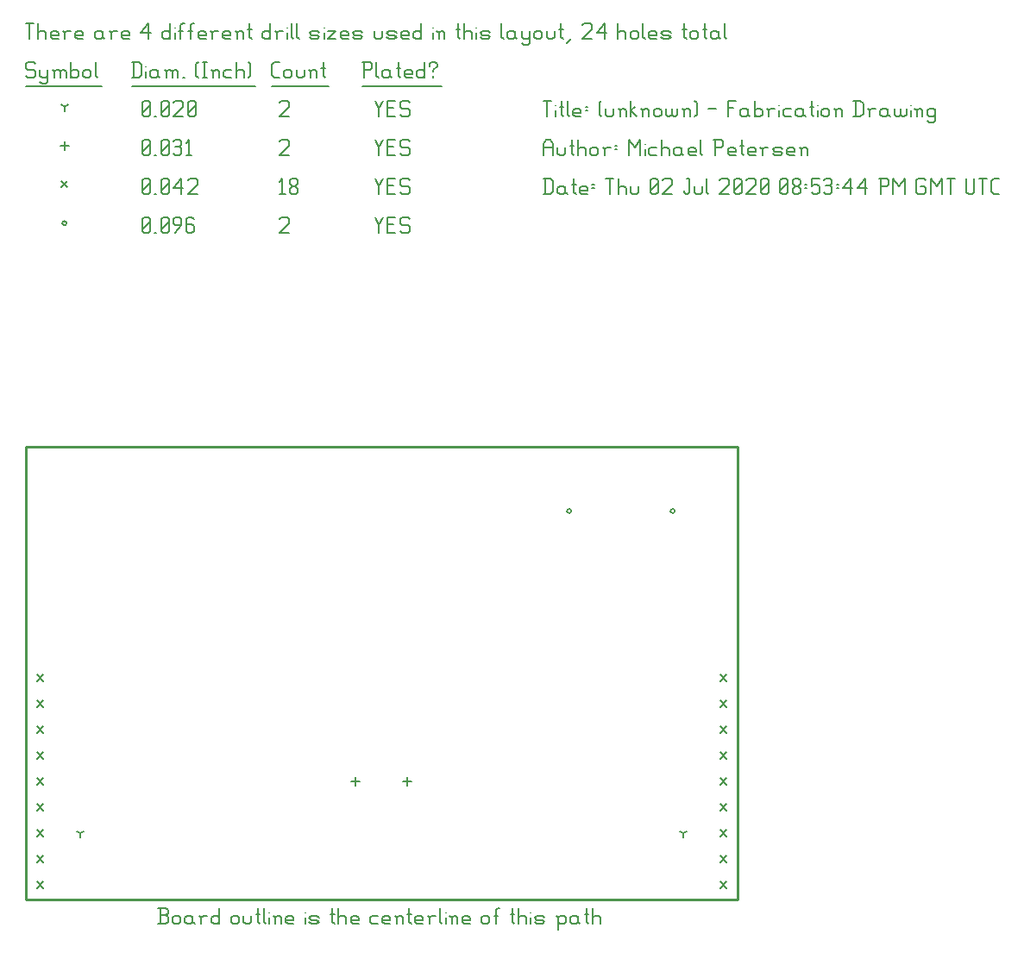
<source format=gbr>
G04 start of page 12 for group -3984 idx -3984 *
G04 Title: (unknown), fab *
G04 Creator: pcb 20140316 *
G04 CreationDate: Thu 02 Jul 2020 08:53:44 PM GMT UTC *
G04 For: railfan *
G04 Format: Gerber/RS-274X *
G04 PCB-Dimensions (mil): 2750.00 2500.00 *
G04 PCB-Coordinate-Origin: lower left *
%MOIN*%
%FSLAX25Y25*%
%LNFAB*%
%ADD54C,0.0100*%
%ADD53C,0.0075*%
%ADD52C,0.0060*%
%ADD51R,0.0080X0.0080*%
G54D51*X249200Y150000D02*G75*G03X250800Y150000I800J0D01*G01*
G75*G03X249200Y150000I-800J0D01*G01*
X209200D02*G75*G03X210800Y150000I800J0D01*G01*
G75*G03X209200Y150000I-800J0D01*G01*
X14200Y261250D02*G75*G03X15800Y261250I800J0D01*G01*
G75*G03X14200Y261250I-800J0D01*G01*
G54D52*X135000Y263500D02*X136500Y260500D01*
X138000Y263500D01*
X136500Y260500D02*Y257500D01*
X139800Y260800D02*X142050D01*
X139800Y257500D02*X142800D01*
X139800Y263500D02*Y257500D01*
Y263500D02*X142800D01*
X147600D02*X148350Y262750D01*
X145350Y263500D02*X147600D01*
X144600Y262750D02*X145350Y263500D01*
X144600Y262750D02*Y261250D01*
X145350Y260500D01*
X147600D01*
X148350Y259750D01*
Y258250D01*
X147600Y257500D02*X148350Y258250D01*
X145350Y257500D02*X147600D01*
X144600Y258250D02*X145350Y257500D01*
X98000Y262750D02*X98750Y263500D01*
X101000D01*
X101750Y262750D01*
Y261250D01*
X98000Y257500D02*X101750Y261250D01*
X98000Y257500D02*X101750D01*
X45000Y258250D02*X45750Y257500D01*
X45000Y262750D02*Y258250D01*
Y262750D02*X45750Y263500D01*
X47250D01*
X48000Y262750D01*
Y258250D01*
X47250Y257500D02*X48000Y258250D01*
X45750Y257500D02*X47250D01*
X45000Y259000D02*X48000Y262000D01*
X49800Y257500D02*X50550D01*
X52350Y258250D02*X53100Y257500D01*
X52350Y262750D02*Y258250D01*
Y262750D02*X53100Y263500D01*
X54600D01*
X55350Y262750D01*
Y258250D01*
X54600Y257500D02*X55350Y258250D01*
X53100Y257500D02*X54600D01*
X52350Y259000D02*X55350Y262000D01*
X57900Y257500D02*X60150Y260500D01*
Y262750D02*Y260500D01*
X59400Y263500D02*X60150Y262750D01*
X57900Y263500D02*X59400D01*
X57150Y262750D02*X57900Y263500D01*
X57150Y262750D02*Y261250D01*
X57900Y260500D01*
X60150D01*
X64200Y263500D02*X64950Y262750D01*
X62700Y263500D02*X64200D01*
X61950Y262750D02*X62700Y263500D01*
X61950Y262750D02*Y258250D01*
X62700Y257500D01*
X64200Y260800D02*X64950Y260050D01*
X61950Y260800D02*X64200D01*
X62700Y257500D02*X64200D01*
X64950Y258250D01*
Y260050D02*Y258250D01*
X4300Y86700D02*X6700Y84300D01*
X4300D02*X6700Y86700D01*
X4300Y76700D02*X6700Y74300D01*
X4300D02*X6700Y76700D01*
X4300Y66700D02*X6700Y64300D01*
X4300D02*X6700Y66700D01*
X4300Y56700D02*X6700Y54300D01*
X4300D02*X6700Y56700D01*
X4300Y46700D02*X6700Y44300D01*
X4300D02*X6700Y46700D01*
X4300Y36700D02*X6700Y34300D01*
X4300D02*X6700Y36700D01*
X4300Y26700D02*X6700Y24300D01*
X4300D02*X6700Y26700D01*
X4300Y16700D02*X6700Y14300D01*
X4300D02*X6700Y16700D01*
X4300Y6700D02*X6700Y4300D01*
X4300D02*X6700Y6700D01*
X268300Y86700D02*X270700Y84300D01*
X268300D02*X270700Y86700D01*
X268300Y76700D02*X270700Y74300D01*
X268300D02*X270700Y76700D01*
X268300Y66700D02*X270700Y64300D01*
X268300D02*X270700Y66700D01*
X268300Y56700D02*X270700Y54300D01*
X268300D02*X270700Y56700D01*
X268300Y46700D02*X270700Y44300D01*
X268300D02*X270700Y46700D01*
X268300Y36700D02*X270700Y34300D01*
X268300D02*X270700Y36700D01*
X268300Y26700D02*X270700Y24300D01*
X268300D02*X270700Y26700D01*
X268300Y16700D02*X270700Y14300D01*
X268300D02*X270700Y16700D01*
X268300Y6700D02*X270700Y4300D01*
X268300D02*X270700Y6700D01*
X13800Y277450D02*X16200Y275050D01*
X13800D02*X16200Y277450D01*
X135000Y278500D02*X136500Y275500D01*
X138000Y278500D01*
X136500Y275500D02*Y272500D01*
X139800Y275800D02*X142050D01*
X139800Y272500D02*X142800D01*
X139800Y278500D02*Y272500D01*
Y278500D02*X142800D01*
X147600D02*X148350Y277750D01*
X145350Y278500D02*X147600D01*
X144600Y277750D02*X145350Y278500D01*
X144600Y277750D02*Y276250D01*
X145350Y275500D01*
X147600D01*
X148350Y274750D01*
Y273250D01*
X147600Y272500D02*X148350Y273250D01*
X145350Y272500D02*X147600D01*
X144600Y273250D02*X145350Y272500D01*
X98000Y277300D02*X99200Y278500D01*
Y272500D01*
X98000D02*X100250D01*
X102050Y273250D02*X102800Y272500D01*
X102050Y274450D02*Y273250D01*
Y274450D02*X103100Y275500D01*
X104000D01*
X105050Y274450D01*
Y273250D01*
X104300Y272500D02*X105050Y273250D01*
X102800Y272500D02*X104300D01*
X102050Y276550D02*X103100Y275500D01*
X102050Y277750D02*Y276550D01*
Y277750D02*X102800Y278500D01*
X104300D01*
X105050Y277750D01*
Y276550D01*
X104000Y275500D02*X105050Y276550D01*
X45000Y273250D02*X45750Y272500D01*
X45000Y277750D02*Y273250D01*
Y277750D02*X45750Y278500D01*
X47250D01*
X48000Y277750D01*
Y273250D01*
X47250Y272500D02*X48000Y273250D01*
X45750Y272500D02*X47250D01*
X45000Y274000D02*X48000Y277000D01*
X49800Y272500D02*X50550D01*
X52350Y273250D02*X53100Y272500D01*
X52350Y277750D02*Y273250D01*
Y277750D02*X53100Y278500D01*
X54600D01*
X55350Y277750D01*
Y273250D01*
X54600Y272500D02*X55350Y273250D01*
X53100Y272500D02*X54600D01*
X52350Y274000D02*X55350Y277000D01*
X57150Y274750D02*X60150Y278500D01*
X57150Y274750D02*X60900D01*
X60150Y278500D02*Y272500D01*
X62700Y277750D02*X63450Y278500D01*
X65700D01*
X66450Y277750D01*
Y276250D01*
X62700Y272500D02*X66450Y276250D01*
X62700Y272500D02*X66450D01*
X127500Y47100D02*Y43900D01*
X125900Y45500D02*X129100D01*
X147500Y47100D02*Y43900D01*
X145900Y45500D02*X149100D01*
X15000Y292850D02*Y289650D01*
X13400Y291250D02*X16600D01*
X135000Y293500D02*X136500Y290500D01*
X138000Y293500D01*
X136500Y290500D02*Y287500D01*
X139800Y290800D02*X142050D01*
X139800Y287500D02*X142800D01*
X139800Y293500D02*Y287500D01*
Y293500D02*X142800D01*
X147600D02*X148350Y292750D01*
X145350Y293500D02*X147600D01*
X144600Y292750D02*X145350Y293500D01*
X144600Y292750D02*Y291250D01*
X145350Y290500D01*
X147600D01*
X148350Y289750D01*
Y288250D01*
X147600Y287500D02*X148350Y288250D01*
X145350Y287500D02*X147600D01*
X144600Y288250D02*X145350Y287500D01*
X98000Y292750D02*X98750Y293500D01*
X101000D01*
X101750Y292750D01*
Y291250D01*
X98000Y287500D02*X101750Y291250D01*
X98000Y287500D02*X101750D01*
X45000Y288250D02*X45750Y287500D01*
X45000Y292750D02*Y288250D01*
Y292750D02*X45750Y293500D01*
X47250D01*
X48000Y292750D01*
Y288250D01*
X47250Y287500D02*X48000Y288250D01*
X45750Y287500D02*X47250D01*
X45000Y289000D02*X48000Y292000D01*
X49800Y287500D02*X50550D01*
X52350Y288250D02*X53100Y287500D01*
X52350Y292750D02*Y288250D01*
Y292750D02*X53100Y293500D01*
X54600D01*
X55350Y292750D01*
Y288250D01*
X54600Y287500D02*X55350Y288250D01*
X53100Y287500D02*X54600D01*
X52350Y289000D02*X55350Y292000D01*
X57150Y292750D02*X57900Y293500D01*
X59400D01*
X60150Y292750D01*
X59400Y287500D02*X60150Y288250D01*
X57900Y287500D02*X59400D01*
X57150Y288250D02*X57900Y287500D01*
Y290800D02*X59400D01*
X60150Y292750D02*Y291550D01*
Y290050D02*Y288250D01*
Y290050D02*X59400Y290800D01*
X60150Y291550D02*X59400Y290800D01*
X61950Y292300D02*X63150Y293500D01*
Y287500D01*
X61950D02*X64200D01*
X254000Y25500D02*Y23900D01*
Y25500D02*X255387Y26300D01*
X254000Y25500D02*X252613Y26300D01*
X21000Y25500D02*Y23900D01*
Y25500D02*X22387Y26300D01*
X21000Y25500D02*X19613Y26300D01*
X15000Y306250D02*Y304650D01*
Y306250D02*X16387Y307050D01*
X15000Y306250D02*X13613Y307050D01*
X135000Y308500D02*X136500Y305500D01*
X138000Y308500D01*
X136500Y305500D02*Y302500D01*
X139800Y305800D02*X142050D01*
X139800Y302500D02*X142800D01*
X139800Y308500D02*Y302500D01*
Y308500D02*X142800D01*
X147600D02*X148350Y307750D01*
X145350Y308500D02*X147600D01*
X144600Y307750D02*X145350Y308500D01*
X144600Y307750D02*Y306250D01*
X145350Y305500D01*
X147600D01*
X148350Y304750D01*
Y303250D01*
X147600Y302500D02*X148350Y303250D01*
X145350Y302500D02*X147600D01*
X144600Y303250D02*X145350Y302500D01*
X98000Y307750D02*X98750Y308500D01*
X101000D01*
X101750Y307750D01*
Y306250D01*
X98000Y302500D02*X101750Y306250D01*
X98000Y302500D02*X101750D01*
X45000Y303250D02*X45750Y302500D01*
X45000Y307750D02*Y303250D01*
Y307750D02*X45750Y308500D01*
X47250D01*
X48000Y307750D01*
Y303250D01*
X47250Y302500D02*X48000Y303250D01*
X45750Y302500D02*X47250D01*
X45000Y304000D02*X48000Y307000D01*
X49800Y302500D02*X50550D01*
X52350Y303250D02*X53100Y302500D01*
X52350Y307750D02*Y303250D01*
Y307750D02*X53100Y308500D01*
X54600D01*
X55350Y307750D01*
Y303250D01*
X54600Y302500D02*X55350Y303250D01*
X53100Y302500D02*X54600D01*
X52350Y304000D02*X55350Y307000D01*
X57150Y307750D02*X57900Y308500D01*
X60150D01*
X60900Y307750D01*
Y306250D01*
X57150Y302500D02*X60900Y306250D01*
X57150Y302500D02*X60900D01*
X62700Y303250D02*X63450Y302500D01*
X62700Y307750D02*Y303250D01*
Y307750D02*X63450Y308500D01*
X64950D01*
X65700Y307750D01*
Y303250D01*
X64950Y302500D02*X65700Y303250D01*
X63450Y302500D02*X64950D01*
X62700Y304000D02*X65700Y307000D01*
X3000Y323500D02*X3750Y322750D01*
X750Y323500D02*X3000D01*
X0Y322750D02*X750Y323500D01*
X0Y322750D02*Y321250D01*
X750Y320500D01*
X3000D01*
X3750Y319750D01*
Y318250D01*
X3000Y317500D02*X3750Y318250D01*
X750Y317500D02*X3000D01*
X0Y318250D02*X750Y317500D01*
X5550Y320500D02*Y318250D01*
X6300Y317500D01*
X8550Y320500D02*Y316000D01*
X7800Y315250D02*X8550Y316000D01*
X6300Y315250D02*X7800D01*
X5550Y316000D02*X6300Y315250D01*
Y317500D02*X7800D01*
X8550Y318250D01*
X11100Y319750D02*Y317500D01*
Y319750D02*X11850Y320500D01*
X12600D01*
X13350Y319750D01*
Y317500D01*
Y319750D02*X14100Y320500D01*
X14850D01*
X15600Y319750D01*
Y317500D01*
X10350Y320500D02*X11100Y319750D01*
X17400Y323500D02*Y317500D01*
Y318250D02*X18150Y317500D01*
X19650D01*
X20400Y318250D01*
Y319750D02*Y318250D01*
X19650Y320500D02*X20400Y319750D01*
X18150Y320500D02*X19650D01*
X17400Y319750D02*X18150Y320500D01*
X22200Y319750D02*Y318250D01*
Y319750D02*X22950Y320500D01*
X24450D01*
X25200Y319750D01*
Y318250D01*
X24450Y317500D02*X25200Y318250D01*
X22950Y317500D02*X24450D01*
X22200Y318250D02*X22950Y317500D01*
X27000Y323500D02*Y318250D01*
X27750Y317500D01*
X0Y314250D02*X29250D01*
X41750Y323500D02*Y317500D01*
X43700Y323500D02*X44750Y322450D01*
Y318550D01*
X43700Y317500D02*X44750Y318550D01*
X41000Y317500D02*X43700D01*
X41000Y323500D02*X43700D01*
G54D53*X46550Y322000D02*Y321850D01*
G54D52*Y319750D02*Y317500D01*
X50300Y320500D02*X51050Y319750D01*
X48800Y320500D02*X50300D01*
X48050Y319750D02*X48800Y320500D01*
X48050Y319750D02*Y318250D01*
X48800Y317500D01*
X51050Y320500D02*Y318250D01*
X51800Y317500D01*
X48800D02*X50300D01*
X51050Y318250D01*
X54350Y319750D02*Y317500D01*
Y319750D02*X55100Y320500D01*
X55850D01*
X56600Y319750D01*
Y317500D01*
Y319750D02*X57350Y320500D01*
X58100D01*
X58850Y319750D01*
Y317500D01*
X53600Y320500D02*X54350Y319750D01*
X60650Y317500D02*X61400D01*
X65900Y318250D02*X66650Y317500D01*
X65900Y322750D02*X66650Y323500D01*
X65900Y322750D02*Y318250D01*
X68450Y323500D02*X69950D01*
X69200D02*Y317500D01*
X68450D02*X69950D01*
X72500Y319750D02*Y317500D01*
Y319750D02*X73250Y320500D01*
X74000D01*
X74750Y319750D01*
Y317500D01*
X71750Y320500D02*X72500Y319750D01*
X77300Y320500D02*X79550D01*
X76550Y319750D02*X77300Y320500D01*
X76550Y319750D02*Y318250D01*
X77300Y317500D01*
X79550D01*
X81350Y323500D02*Y317500D01*
Y319750D02*X82100Y320500D01*
X83600D01*
X84350Y319750D01*
Y317500D01*
X86150Y323500D02*X86900Y322750D01*
Y318250D01*
X86150Y317500D02*X86900Y318250D01*
X41000Y314250D02*X88700D01*
X96050Y317500D02*X98000D01*
X95000Y318550D02*X96050Y317500D01*
X95000Y322450D02*Y318550D01*
Y322450D02*X96050Y323500D01*
X98000D01*
X99800Y319750D02*Y318250D01*
Y319750D02*X100550Y320500D01*
X102050D01*
X102800Y319750D01*
Y318250D01*
X102050Y317500D02*X102800Y318250D01*
X100550Y317500D02*X102050D01*
X99800Y318250D02*X100550Y317500D01*
X104600Y320500D02*Y318250D01*
X105350Y317500D01*
X106850D01*
X107600Y318250D01*
Y320500D02*Y318250D01*
X110150Y319750D02*Y317500D01*
Y319750D02*X110900Y320500D01*
X111650D01*
X112400Y319750D01*
Y317500D01*
X109400Y320500D02*X110150Y319750D01*
X114950Y323500D02*Y318250D01*
X115700Y317500D01*
X114200Y321250D02*X115700D01*
X95000Y314250D02*X117200D01*
X130750Y323500D02*Y317500D01*
X130000Y323500D02*X133000D01*
X133750Y322750D01*
Y321250D01*
X133000Y320500D02*X133750Y321250D01*
X130750Y320500D02*X133000D01*
X135550Y323500D02*Y318250D01*
X136300Y317500D01*
X140050Y320500D02*X140800Y319750D01*
X138550Y320500D02*X140050D01*
X137800Y319750D02*X138550Y320500D01*
X137800Y319750D02*Y318250D01*
X138550Y317500D01*
X140800Y320500D02*Y318250D01*
X141550Y317500D01*
X138550D02*X140050D01*
X140800Y318250D01*
X144100Y323500D02*Y318250D01*
X144850Y317500D01*
X143350Y321250D02*X144850D01*
X147100Y317500D02*X149350D01*
X146350Y318250D02*X147100Y317500D01*
X146350Y319750D02*Y318250D01*
Y319750D02*X147100Y320500D01*
X148600D01*
X149350Y319750D01*
X146350Y319000D02*X149350D01*
Y319750D02*Y319000D01*
X154150Y323500D02*Y317500D01*
X153400D02*X154150Y318250D01*
X151900Y317500D02*X153400D01*
X151150Y318250D02*X151900Y317500D01*
X151150Y319750D02*Y318250D01*
Y319750D02*X151900Y320500D01*
X153400D01*
X154150Y319750D01*
X157450Y320500D02*Y319750D01*
Y318250D02*Y317500D01*
X155950Y322750D02*Y322000D01*
Y322750D02*X156700Y323500D01*
X158200D01*
X158950Y322750D01*
Y322000D01*
X157450Y320500D02*X158950Y322000D01*
X130000Y314250D02*X160750D01*
X0Y338500D02*X3000D01*
X1500D02*Y332500D01*
X4800Y338500D02*Y332500D01*
Y334750D02*X5550Y335500D01*
X7050D01*
X7800Y334750D01*
Y332500D01*
X10350D02*X12600D01*
X9600Y333250D02*X10350Y332500D01*
X9600Y334750D02*Y333250D01*
Y334750D02*X10350Y335500D01*
X11850D01*
X12600Y334750D01*
X9600Y334000D02*X12600D01*
Y334750D02*Y334000D01*
X15150Y334750D02*Y332500D01*
Y334750D02*X15900Y335500D01*
X17400D01*
X14400D02*X15150Y334750D01*
X19950Y332500D02*X22200D01*
X19200Y333250D02*X19950Y332500D01*
X19200Y334750D02*Y333250D01*
Y334750D02*X19950Y335500D01*
X21450D01*
X22200Y334750D01*
X19200Y334000D02*X22200D01*
Y334750D02*Y334000D01*
X28950Y335500D02*X29700Y334750D01*
X27450Y335500D02*X28950D01*
X26700Y334750D02*X27450Y335500D01*
X26700Y334750D02*Y333250D01*
X27450Y332500D01*
X29700Y335500D02*Y333250D01*
X30450Y332500D01*
X27450D02*X28950D01*
X29700Y333250D01*
X33000Y334750D02*Y332500D01*
Y334750D02*X33750Y335500D01*
X35250D01*
X32250D02*X33000Y334750D01*
X37800Y332500D02*X40050D01*
X37050Y333250D02*X37800Y332500D01*
X37050Y334750D02*Y333250D01*
Y334750D02*X37800Y335500D01*
X39300D01*
X40050Y334750D01*
X37050Y334000D02*X40050D01*
Y334750D02*Y334000D01*
X44550Y334750D02*X47550Y338500D01*
X44550Y334750D02*X48300D01*
X47550Y338500D02*Y332500D01*
X55800Y338500D02*Y332500D01*
X55050D02*X55800Y333250D01*
X53550Y332500D02*X55050D01*
X52800Y333250D02*X53550Y332500D01*
X52800Y334750D02*Y333250D01*
Y334750D02*X53550Y335500D01*
X55050D01*
X55800Y334750D01*
G54D53*X57600Y337000D02*Y336850D01*
G54D52*Y334750D02*Y332500D01*
X59850Y337750D02*Y332500D01*
Y337750D02*X60600Y338500D01*
X61350D01*
X59100Y335500D02*X60600D01*
X63600Y337750D02*Y332500D01*
Y337750D02*X64350Y338500D01*
X65100D01*
X62850Y335500D02*X64350D01*
X67350Y332500D02*X69600D01*
X66600Y333250D02*X67350Y332500D01*
X66600Y334750D02*Y333250D01*
Y334750D02*X67350Y335500D01*
X68850D01*
X69600Y334750D01*
X66600Y334000D02*X69600D01*
Y334750D02*Y334000D01*
X72150Y334750D02*Y332500D01*
Y334750D02*X72900Y335500D01*
X74400D01*
X71400D02*X72150Y334750D01*
X76950Y332500D02*X79200D01*
X76200Y333250D02*X76950Y332500D01*
X76200Y334750D02*Y333250D01*
Y334750D02*X76950Y335500D01*
X78450D01*
X79200Y334750D01*
X76200Y334000D02*X79200D01*
Y334750D02*Y334000D01*
X81750Y334750D02*Y332500D01*
Y334750D02*X82500Y335500D01*
X83250D01*
X84000Y334750D01*
Y332500D01*
X81000Y335500D02*X81750Y334750D01*
X86550Y338500D02*Y333250D01*
X87300Y332500D01*
X85800Y336250D02*X87300D01*
X94500Y338500D02*Y332500D01*
X93750D02*X94500Y333250D01*
X92250Y332500D02*X93750D01*
X91500Y333250D02*X92250Y332500D01*
X91500Y334750D02*Y333250D01*
Y334750D02*X92250Y335500D01*
X93750D01*
X94500Y334750D01*
X97050D02*Y332500D01*
Y334750D02*X97800Y335500D01*
X99300D01*
X96300D02*X97050Y334750D01*
G54D53*X101100Y337000D02*Y336850D01*
G54D52*Y334750D02*Y332500D01*
X102600Y338500D02*Y333250D01*
X103350Y332500D01*
X104850Y338500D02*Y333250D01*
X105600Y332500D01*
X110550D02*X112800D01*
X113550Y333250D01*
X112800Y334000D02*X113550Y333250D01*
X110550Y334000D02*X112800D01*
X109800Y334750D02*X110550Y334000D01*
X109800Y334750D02*X110550Y335500D01*
X112800D01*
X113550Y334750D01*
X109800Y333250D02*X110550Y332500D01*
G54D53*X115350Y337000D02*Y336850D01*
G54D52*Y334750D02*Y332500D01*
X116850Y335500D02*X119850D01*
X116850Y332500D02*X119850Y335500D01*
X116850Y332500D02*X119850D01*
X122400D02*X124650D01*
X121650Y333250D02*X122400Y332500D01*
X121650Y334750D02*Y333250D01*
Y334750D02*X122400Y335500D01*
X123900D01*
X124650Y334750D01*
X121650Y334000D02*X124650D01*
Y334750D02*Y334000D01*
X127200Y332500D02*X129450D01*
X130200Y333250D01*
X129450Y334000D02*X130200Y333250D01*
X127200Y334000D02*X129450D01*
X126450Y334750D02*X127200Y334000D01*
X126450Y334750D02*X127200Y335500D01*
X129450D01*
X130200Y334750D01*
X126450Y333250D02*X127200Y332500D01*
X134700Y335500D02*Y333250D01*
X135450Y332500D01*
X136950D01*
X137700Y333250D01*
Y335500D02*Y333250D01*
X140250Y332500D02*X142500D01*
X143250Y333250D01*
X142500Y334000D02*X143250Y333250D01*
X140250Y334000D02*X142500D01*
X139500Y334750D02*X140250Y334000D01*
X139500Y334750D02*X140250Y335500D01*
X142500D01*
X143250Y334750D01*
X139500Y333250D02*X140250Y332500D01*
X145800D02*X148050D01*
X145050Y333250D02*X145800Y332500D01*
X145050Y334750D02*Y333250D01*
Y334750D02*X145800Y335500D01*
X147300D01*
X148050Y334750D01*
X145050Y334000D02*X148050D01*
Y334750D02*Y334000D01*
X152850Y338500D02*Y332500D01*
X152100D02*X152850Y333250D01*
X150600Y332500D02*X152100D01*
X149850Y333250D02*X150600Y332500D01*
X149850Y334750D02*Y333250D01*
Y334750D02*X150600Y335500D01*
X152100D01*
X152850Y334750D01*
G54D53*X157350Y337000D02*Y336850D01*
G54D52*Y334750D02*Y332500D01*
X159600Y334750D02*Y332500D01*
Y334750D02*X160350Y335500D01*
X161100D01*
X161850Y334750D01*
Y332500D01*
X158850Y335500D02*X159600Y334750D01*
X167100Y338500D02*Y333250D01*
X167850Y332500D01*
X166350Y336250D02*X167850D01*
X169350Y338500D02*Y332500D01*
Y334750D02*X170100Y335500D01*
X171600D01*
X172350Y334750D01*
Y332500D01*
G54D53*X174150Y337000D02*Y336850D01*
G54D52*Y334750D02*Y332500D01*
X176400D02*X178650D01*
X179400Y333250D01*
X178650Y334000D02*X179400Y333250D01*
X176400Y334000D02*X178650D01*
X175650Y334750D02*X176400Y334000D01*
X175650Y334750D02*X176400Y335500D01*
X178650D01*
X179400Y334750D01*
X175650Y333250D02*X176400Y332500D01*
X183900Y338500D02*Y333250D01*
X184650Y332500D01*
X188400Y335500D02*X189150Y334750D01*
X186900Y335500D02*X188400D01*
X186150Y334750D02*X186900Y335500D01*
X186150Y334750D02*Y333250D01*
X186900Y332500D01*
X189150Y335500D02*Y333250D01*
X189900Y332500D01*
X186900D02*X188400D01*
X189150Y333250D01*
X191700Y335500D02*Y333250D01*
X192450Y332500D01*
X194700Y335500D02*Y331000D01*
X193950Y330250D02*X194700Y331000D01*
X192450Y330250D02*X193950D01*
X191700Y331000D02*X192450Y330250D01*
Y332500D02*X193950D01*
X194700Y333250D01*
X196500Y334750D02*Y333250D01*
Y334750D02*X197250Y335500D01*
X198750D01*
X199500Y334750D01*
Y333250D01*
X198750Y332500D02*X199500Y333250D01*
X197250Y332500D02*X198750D01*
X196500Y333250D02*X197250Y332500D01*
X201300Y335500D02*Y333250D01*
X202050Y332500D01*
X203550D01*
X204300Y333250D01*
Y335500D02*Y333250D01*
X206850Y338500D02*Y333250D01*
X207600Y332500D01*
X206100Y336250D02*X207600D01*
X209100Y331000D02*X210600Y332500D01*
X215100Y337750D02*X215850Y338500D01*
X218100D01*
X218850Y337750D01*
Y336250D01*
X215100Y332500D02*X218850Y336250D01*
X215100Y332500D02*X218850D01*
X220650Y334750D02*X223650Y338500D01*
X220650Y334750D02*X224400D01*
X223650Y338500D02*Y332500D01*
X228900Y338500D02*Y332500D01*
Y334750D02*X229650Y335500D01*
X231150D01*
X231900Y334750D01*
Y332500D01*
X233700Y334750D02*Y333250D01*
Y334750D02*X234450Y335500D01*
X235950D01*
X236700Y334750D01*
Y333250D01*
X235950Y332500D02*X236700Y333250D01*
X234450Y332500D02*X235950D01*
X233700Y333250D02*X234450Y332500D01*
X238500Y338500D02*Y333250D01*
X239250Y332500D01*
X241500D02*X243750D01*
X240750Y333250D02*X241500Y332500D01*
X240750Y334750D02*Y333250D01*
Y334750D02*X241500Y335500D01*
X243000D01*
X243750Y334750D01*
X240750Y334000D02*X243750D01*
Y334750D02*Y334000D01*
X246300Y332500D02*X248550D01*
X249300Y333250D01*
X248550Y334000D02*X249300Y333250D01*
X246300Y334000D02*X248550D01*
X245550Y334750D02*X246300Y334000D01*
X245550Y334750D02*X246300Y335500D01*
X248550D01*
X249300Y334750D01*
X245550Y333250D02*X246300Y332500D01*
X254550Y338500D02*Y333250D01*
X255300Y332500D01*
X253800Y336250D02*X255300D01*
X256800Y334750D02*Y333250D01*
Y334750D02*X257550Y335500D01*
X259050D01*
X259800Y334750D01*
Y333250D01*
X259050Y332500D02*X259800Y333250D01*
X257550Y332500D02*X259050D01*
X256800Y333250D02*X257550Y332500D01*
X262350Y338500D02*Y333250D01*
X263100Y332500D01*
X261600Y336250D02*X263100D01*
X266850Y335500D02*X267600Y334750D01*
X265350Y335500D02*X266850D01*
X264600Y334750D02*X265350Y335500D01*
X264600Y334750D02*Y333250D01*
X265350Y332500D01*
X267600Y335500D02*Y333250D01*
X268350Y332500D01*
X265350D02*X266850D01*
X267600Y333250D01*
X270150Y338500D02*Y333250D01*
X270900Y332500D01*
G54D54*X0Y0D02*X275000D01*
X0D02*Y175000D01*
X275000D01*
Y0D01*
G54D52*X51175Y-9500D02*X54175D01*
X54925Y-8750D01*
Y-6950D02*Y-8750D01*
X54175Y-6200D02*X54925Y-6950D01*
X51925Y-6200D02*X54175D01*
X51925Y-3500D02*Y-9500D01*
X51175Y-3500D02*X54175D01*
X54925Y-4250D01*
Y-5450D01*
X54175Y-6200D02*X54925Y-5450D01*
X56725Y-7250D02*Y-8750D01*
Y-7250D02*X57475Y-6500D01*
X58975D01*
X59725Y-7250D01*
Y-8750D01*
X58975Y-9500D02*X59725Y-8750D01*
X57475Y-9500D02*X58975D01*
X56725Y-8750D02*X57475Y-9500D01*
X63775Y-6500D02*X64525Y-7250D01*
X62275Y-6500D02*X63775D01*
X61525Y-7250D02*X62275Y-6500D01*
X61525Y-7250D02*Y-8750D01*
X62275Y-9500D01*
X64525Y-6500D02*Y-8750D01*
X65275Y-9500D01*
X62275D02*X63775D01*
X64525Y-8750D01*
X67825Y-7250D02*Y-9500D01*
Y-7250D02*X68575Y-6500D01*
X70075D01*
X67075D02*X67825Y-7250D01*
X74875Y-3500D02*Y-9500D01*
X74125D02*X74875Y-8750D01*
X72625Y-9500D02*X74125D01*
X71875Y-8750D02*X72625Y-9500D01*
X71875Y-7250D02*Y-8750D01*
Y-7250D02*X72625Y-6500D01*
X74125D01*
X74875Y-7250D01*
X79375D02*Y-8750D01*
Y-7250D02*X80125Y-6500D01*
X81625D01*
X82375Y-7250D01*
Y-8750D01*
X81625Y-9500D02*X82375Y-8750D01*
X80125Y-9500D02*X81625D01*
X79375Y-8750D02*X80125Y-9500D01*
X84175Y-6500D02*Y-8750D01*
X84925Y-9500D01*
X86425D01*
X87175Y-8750D01*
Y-6500D02*Y-8750D01*
X89725Y-3500D02*Y-8750D01*
X90475Y-9500D01*
X88975Y-5750D02*X90475D01*
X91975Y-3500D02*Y-8750D01*
X92725Y-9500D01*
G54D53*X94225Y-5000D02*Y-5150D01*
G54D52*Y-7250D02*Y-9500D01*
X96475Y-7250D02*Y-9500D01*
Y-7250D02*X97225Y-6500D01*
X97975D01*
X98725Y-7250D01*
Y-9500D01*
X95725Y-6500D02*X96475Y-7250D01*
X101275Y-9500D02*X103525D01*
X100525Y-8750D02*X101275Y-9500D01*
X100525Y-7250D02*Y-8750D01*
Y-7250D02*X101275Y-6500D01*
X102775D01*
X103525Y-7250D01*
X100525Y-8000D02*X103525D01*
Y-7250D02*Y-8000D01*
G54D53*X108025Y-5000D02*Y-5150D01*
G54D52*Y-7250D02*Y-9500D01*
X110275D02*X112525D01*
X113275Y-8750D01*
X112525Y-8000D02*X113275Y-8750D01*
X110275Y-8000D02*X112525D01*
X109525Y-7250D02*X110275Y-8000D01*
X109525Y-7250D02*X110275Y-6500D01*
X112525D01*
X113275Y-7250D01*
X109525Y-8750D02*X110275Y-9500D01*
X118525Y-3500D02*Y-8750D01*
X119275Y-9500D01*
X117775Y-5750D02*X119275D01*
X120775Y-3500D02*Y-9500D01*
Y-7250D02*X121525Y-6500D01*
X123025D01*
X123775Y-7250D01*
Y-9500D01*
X126325D02*X128575D01*
X125575Y-8750D02*X126325Y-9500D01*
X125575Y-7250D02*Y-8750D01*
Y-7250D02*X126325Y-6500D01*
X127825D01*
X128575Y-7250D01*
X125575Y-8000D02*X128575D01*
Y-7250D02*Y-8000D01*
X133825Y-6500D02*X136075D01*
X133075Y-7250D02*X133825Y-6500D01*
X133075Y-7250D02*Y-8750D01*
X133825Y-9500D01*
X136075D01*
X138625D02*X140875D01*
X137875Y-8750D02*X138625Y-9500D01*
X137875Y-7250D02*Y-8750D01*
Y-7250D02*X138625Y-6500D01*
X140125D01*
X140875Y-7250D01*
X137875Y-8000D02*X140875D01*
Y-7250D02*Y-8000D01*
X143425Y-7250D02*Y-9500D01*
Y-7250D02*X144175Y-6500D01*
X144925D01*
X145675Y-7250D01*
Y-9500D01*
X142675Y-6500D02*X143425Y-7250D01*
X148225Y-3500D02*Y-8750D01*
X148975Y-9500D01*
X147475Y-5750D02*X148975D01*
X151225Y-9500D02*X153475D01*
X150475Y-8750D02*X151225Y-9500D01*
X150475Y-7250D02*Y-8750D01*
Y-7250D02*X151225Y-6500D01*
X152725D01*
X153475Y-7250D01*
X150475Y-8000D02*X153475D01*
Y-7250D02*Y-8000D01*
X156025Y-7250D02*Y-9500D01*
Y-7250D02*X156775Y-6500D01*
X158275D01*
X155275D02*X156025Y-7250D01*
X160075Y-3500D02*Y-8750D01*
X160825Y-9500D01*
G54D53*X162325Y-5000D02*Y-5150D01*
G54D52*Y-7250D02*Y-9500D01*
X164575Y-7250D02*Y-9500D01*
Y-7250D02*X165325Y-6500D01*
X166075D01*
X166825Y-7250D01*
Y-9500D01*
X163825Y-6500D02*X164575Y-7250D01*
X169375Y-9500D02*X171625D01*
X168625Y-8750D02*X169375Y-9500D01*
X168625Y-7250D02*Y-8750D01*
Y-7250D02*X169375Y-6500D01*
X170875D01*
X171625Y-7250D01*
X168625Y-8000D02*X171625D01*
Y-7250D02*Y-8000D01*
X176125Y-7250D02*Y-8750D01*
Y-7250D02*X176875Y-6500D01*
X178375D01*
X179125Y-7250D01*
Y-8750D01*
X178375Y-9500D02*X179125Y-8750D01*
X176875Y-9500D02*X178375D01*
X176125Y-8750D02*X176875Y-9500D01*
X181675Y-4250D02*Y-9500D01*
Y-4250D02*X182425Y-3500D01*
X183175D01*
X180925Y-6500D02*X182425D01*
X188125Y-3500D02*Y-8750D01*
X188875Y-9500D01*
X187375Y-5750D02*X188875D01*
X190375Y-3500D02*Y-9500D01*
Y-7250D02*X191125Y-6500D01*
X192625D01*
X193375Y-7250D01*
Y-9500D01*
G54D53*X195175Y-5000D02*Y-5150D01*
G54D52*Y-7250D02*Y-9500D01*
X197425D02*X199675D01*
X200425Y-8750D01*
X199675Y-8000D02*X200425Y-8750D01*
X197425Y-8000D02*X199675D01*
X196675Y-7250D02*X197425Y-8000D01*
X196675Y-7250D02*X197425Y-6500D01*
X199675D01*
X200425Y-7250D01*
X196675Y-8750D02*X197425Y-9500D01*
X205675Y-7250D02*Y-11750D01*
X204925Y-6500D02*X205675Y-7250D01*
X206425Y-6500D01*
X207925D01*
X208675Y-7250D01*
Y-8750D01*
X207925Y-9500D02*X208675Y-8750D01*
X206425Y-9500D02*X207925D01*
X205675Y-8750D02*X206425Y-9500D01*
X212725Y-6500D02*X213475Y-7250D01*
X211225Y-6500D02*X212725D01*
X210475Y-7250D02*X211225Y-6500D01*
X210475Y-7250D02*Y-8750D01*
X211225Y-9500D01*
X213475Y-6500D02*Y-8750D01*
X214225Y-9500D01*
X211225D02*X212725D01*
X213475Y-8750D01*
X216775Y-3500D02*Y-8750D01*
X217525Y-9500D01*
X216025Y-5750D02*X217525D01*
X219025Y-3500D02*Y-9500D01*
Y-7250D02*X219775Y-6500D01*
X221275D01*
X222025Y-7250D01*
Y-9500D01*
X200750Y278500D02*Y272500D01*
X202700Y278500D02*X203750Y277450D01*
Y273550D01*
X202700Y272500D02*X203750Y273550D01*
X200000Y272500D02*X202700D01*
X200000Y278500D02*X202700D01*
X207800Y275500D02*X208550Y274750D01*
X206300Y275500D02*X207800D01*
X205550Y274750D02*X206300Y275500D01*
X205550Y274750D02*Y273250D01*
X206300Y272500D01*
X208550Y275500D02*Y273250D01*
X209300Y272500D01*
X206300D02*X207800D01*
X208550Y273250D01*
X211850Y278500D02*Y273250D01*
X212600Y272500D01*
X211100Y276250D02*X212600D01*
X214850Y272500D02*X217100D01*
X214100Y273250D02*X214850Y272500D01*
X214100Y274750D02*Y273250D01*
Y274750D02*X214850Y275500D01*
X216350D01*
X217100Y274750D01*
X214100Y274000D02*X217100D01*
Y274750D02*Y274000D01*
X218900Y276250D02*X219650D01*
X218900Y274750D02*X219650D01*
X224150Y278500D02*X227150D01*
X225650D02*Y272500D01*
X228950Y278500D02*Y272500D01*
Y274750D02*X229700Y275500D01*
X231200D01*
X231950Y274750D01*
Y272500D01*
X233750Y275500D02*Y273250D01*
X234500Y272500D01*
X236000D01*
X236750Y273250D01*
Y275500D02*Y273250D01*
X241250D02*X242000Y272500D01*
X241250Y277750D02*Y273250D01*
Y277750D02*X242000Y278500D01*
X243500D01*
X244250Y277750D01*
Y273250D01*
X243500Y272500D02*X244250Y273250D01*
X242000Y272500D02*X243500D01*
X241250Y274000D02*X244250Y277000D01*
X246050Y277750D02*X246800Y278500D01*
X249050D01*
X249800Y277750D01*
Y276250D01*
X246050Y272500D02*X249800Y276250D01*
X246050Y272500D02*X249800D01*
X255350Y278500D02*X256550D01*
Y273250D01*
X255800Y272500D02*X256550Y273250D01*
X255050Y272500D02*X255800D01*
X254300Y273250D02*X255050Y272500D01*
X254300Y274000D02*Y273250D01*
X258350Y275500D02*Y273250D01*
X259100Y272500D01*
X260600D01*
X261350Y273250D01*
Y275500D02*Y273250D01*
X263150Y278500D02*Y273250D01*
X263900Y272500D01*
X268100Y277750D02*X268850Y278500D01*
X271100D01*
X271850Y277750D01*
Y276250D01*
X268100Y272500D02*X271850Y276250D01*
X268100Y272500D02*X271850D01*
X273650Y273250D02*X274400Y272500D01*
X273650Y277750D02*Y273250D01*
Y277750D02*X274400Y278500D01*
X275900D01*
X276650Y277750D01*
Y273250D01*
X275900Y272500D02*X276650Y273250D01*
X274400Y272500D02*X275900D01*
X273650Y274000D02*X276650Y277000D01*
X278450Y277750D02*X279200Y278500D01*
X281450D01*
X282200Y277750D01*
Y276250D01*
X278450Y272500D02*X282200Y276250D01*
X278450Y272500D02*X282200D01*
X284000Y273250D02*X284750Y272500D01*
X284000Y277750D02*Y273250D01*
Y277750D02*X284750Y278500D01*
X286250D01*
X287000Y277750D01*
Y273250D01*
X286250Y272500D02*X287000Y273250D01*
X284750Y272500D02*X286250D01*
X284000Y274000D02*X287000Y277000D01*
X291500Y273250D02*X292250Y272500D01*
X291500Y277750D02*Y273250D01*
Y277750D02*X292250Y278500D01*
X293750D01*
X294500Y277750D01*
Y273250D01*
X293750Y272500D02*X294500Y273250D01*
X292250Y272500D02*X293750D01*
X291500Y274000D02*X294500Y277000D01*
X296300Y273250D02*X297050Y272500D01*
X296300Y274450D02*Y273250D01*
Y274450D02*X297350Y275500D01*
X298250D01*
X299300Y274450D01*
Y273250D01*
X298550Y272500D02*X299300Y273250D01*
X297050Y272500D02*X298550D01*
X296300Y276550D02*X297350Y275500D01*
X296300Y277750D02*Y276550D01*
Y277750D02*X297050Y278500D01*
X298550D01*
X299300Y277750D01*
Y276550D01*
X298250Y275500D02*X299300Y276550D01*
X301100Y276250D02*X301850D01*
X301100Y274750D02*X301850D01*
X303650Y278500D02*X306650D01*
X303650D02*Y275500D01*
X304400Y276250D01*
X305900D01*
X306650Y275500D01*
Y273250D01*
X305900Y272500D02*X306650Y273250D01*
X304400Y272500D02*X305900D01*
X303650Y273250D02*X304400Y272500D01*
X308450Y277750D02*X309200Y278500D01*
X310700D01*
X311450Y277750D01*
X310700Y272500D02*X311450Y273250D01*
X309200Y272500D02*X310700D01*
X308450Y273250D02*X309200Y272500D01*
Y275800D02*X310700D01*
X311450Y277750D02*Y276550D01*
Y275050D02*Y273250D01*
Y275050D02*X310700Y275800D01*
X311450Y276550D02*X310700Y275800D01*
X313250Y276250D02*X314000D01*
X313250Y274750D02*X314000D01*
X315800D02*X318800Y278500D01*
X315800Y274750D02*X319550D01*
X318800Y278500D02*Y272500D01*
X321350Y274750D02*X324350Y278500D01*
X321350Y274750D02*X325100D01*
X324350Y278500D02*Y272500D01*
X330350Y278500D02*Y272500D01*
X329600Y278500D02*X332600D01*
X333350Y277750D01*
Y276250D01*
X332600Y275500D02*X333350Y276250D01*
X330350Y275500D02*X332600D01*
X335150Y278500D02*Y272500D01*
Y278500D02*X337400Y275500D01*
X339650Y278500D01*
Y272500D01*
X347150Y278500D02*X347900Y277750D01*
X344900Y278500D02*X347150D01*
X344150Y277750D02*X344900Y278500D01*
X344150Y277750D02*Y273250D01*
X344900Y272500D01*
X347150D01*
X347900Y273250D01*
Y274750D02*Y273250D01*
X347150Y275500D02*X347900Y274750D01*
X345650Y275500D02*X347150D01*
X349700Y278500D02*Y272500D01*
Y278500D02*X351950Y275500D01*
X354200Y278500D01*
Y272500D01*
X356000Y278500D02*X359000D01*
X357500D02*Y272500D01*
X363500Y278500D02*Y273250D01*
X364250Y272500D01*
X365750D01*
X366500Y273250D01*
Y278500D02*Y273250D01*
X368300Y278500D02*X371300D01*
X369800D02*Y272500D01*
X374150D02*X376100D01*
X373100Y273550D02*X374150Y272500D01*
X373100Y277450D02*Y273550D01*
Y277450D02*X374150Y278500D01*
X376100D01*
X200000Y292000D02*Y287500D01*
Y292000D02*X201050Y293500D01*
X202700D01*
X203750Y292000D01*
Y287500D01*
X200000Y290500D02*X203750D01*
X205550D02*Y288250D01*
X206300Y287500D01*
X207800D01*
X208550Y288250D01*
Y290500D02*Y288250D01*
X211100Y293500D02*Y288250D01*
X211850Y287500D01*
X210350Y291250D02*X211850D01*
X213350Y293500D02*Y287500D01*
Y289750D02*X214100Y290500D01*
X215600D01*
X216350Y289750D01*
Y287500D01*
X218150Y289750D02*Y288250D01*
Y289750D02*X218900Y290500D01*
X220400D01*
X221150Y289750D01*
Y288250D01*
X220400Y287500D02*X221150Y288250D01*
X218900Y287500D02*X220400D01*
X218150Y288250D02*X218900Y287500D01*
X223700Y289750D02*Y287500D01*
Y289750D02*X224450Y290500D01*
X225950D01*
X222950D02*X223700Y289750D01*
X227750Y291250D02*X228500D01*
X227750Y289750D02*X228500D01*
X233000Y293500D02*Y287500D01*
Y293500D02*X235250Y290500D01*
X237500Y293500D01*
Y287500D01*
G54D53*X239300Y292000D02*Y291850D01*
G54D52*Y289750D02*Y287500D01*
X241550Y290500D02*X243800D01*
X240800Y289750D02*X241550Y290500D01*
X240800Y289750D02*Y288250D01*
X241550Y287500D01*
X243800D01*
X245600Y293500D02*Y287500D01*
Y289750D02*X246350Y290500D01*
X247850D01*
X248600Y289750D01*
Y287500D01*
X252650Y290500D02*X253400Y289750D01*
X251150Y290500D02*X252650D01*
X250400Y289750D02*X251150Y290500D01*
X250400Y289750D02*Y288250D01*
X251150Y287500D01*
X253400Y290500D02*Y288250D01*
X254150Y287500D01*
X251150D02*X252650D01*
X253400Y288250D01*
X256700Y287500D02*X258950D01*
X255950Y288250D02*X256700Y287500D01*
X255950Y289750D02*Y288250D01*
Y289750D02*X256700Y290500D01*
X258200D01*
X258950Y289750D01*
X255950Y289000D02*X258950D01*
Y289750D02*Y289000D01*
X260750Y293500D02*Y288250D01*
X261500Y287500D01*
X266450Y293500D02*Y287500D01*
X265700Y293500D02*X268700D01*
X269450Y292750D01*
Y291250D01*
X268700Y290500D02*X269450Y291250D01*
X266450Y290500D02*X268700D01*
X272000Y287500D02*X274250D01*
X271250Y288250D02*X272000Y287500D01*
X271250Y289750D02*Y288250D01*
Y289750D02*X272000Y290500D01*
X273500D01*
X274250Y289750D01*
X271250Y289000D02*X274250D01*
Y289750D02*Y289000D01*
X276800Y293500D02*Y288250D01*
X277550Y287500D01*
X276050Y291250D02*X277550D01*
X279800Y287500D02*X282050D01*
X279050Y288250D02*X279800Y287500D01*
X279050Y289750D02*Y288250D01*
Y289750D02*X279800Y290500D01*
X281300D01*
X282050Y289750D01*
X279050Y289000D02*X282050D01*
Y289750D02*Y289000D01*
X284600Y289750D02*Y287500D01*
Y289750D02*X285350Y290500D01*
X286850D01*
X283850D02*X284600Y289750D01*
X289400Y287500D02*X291650D01*
X292400Y288250D01*
X291650Y289000D02*X292400Y288250D01*
X289400Y289000D02*X291650D01*
X288650Y289750D02*X289400Y289000D01*
X288650Y289750D02*X289400Y290500D01*
X291650D01*
X292400Y289750D01*
X288650Y288250D02*X289400Y287500D01*
X294950D02*X297200D01*
X294200Y288250D02*X294950Y287500D01*
X294200Y289750D02*Y288250D01*
Y289750D02*X294950Y290500D01*
X296450D01*
X297200Y289750D01*
X294200Y289000D02*X297200D01*
Y289750D02*Y289000D01*
X299750Y289750D02*Y287500D01*
Y289750D02*X300500Y290500D01*
X301250D01*
X302000Y289750D01*
Y287500D01*
X299000Y290500D02*X299750Y289750D01*
X200000Y308500D02*X203000D01*
X201500D02*Y302500D01*
G54D53*X204800Y307000D02*Y306850D01*
G54D52*Y304750D02*Y302500D01*
X207050Y308500D02*Y303250D01*
X207800Y302500D01*
X206300Y306250D02*X207800D01*
X209300Y308500D02*Y303250D01*
X210050Y302500D01*
X212300D02*X214550D01*
X211550Y303250D02*X212300Y302500D01*
X211550Y304750D02*Y303250D01*
Y304750D02*X212300Y305500D01*
X213800D01*
X214550Y304750D01*
X211550Y304000D02*X214550D01*
Y304750D02*Y304000D01*
X216350Y306250D02*X217100D01*
X216350Y304750D02*X217100D01*
X221600Y303250D02*X222350Y302500D01*
X221600Y307750D02*X222350Y308500D01*
X221600Y307750D02*Y303250D01*
X224150Y305500D02*Y303250D01*
X224900Y302500D01*
X226400D01*
X227150Y303250D01*
Y305500D02*Y303250D01*
X229700Y304750D02*Y302500D01*
Y304750D02*X230450Y305500D01*
X231200D01*
X231950Y304750D01*
Y302500D01*
X228950Y305500D02*X229700Y304750D01*
X233750Y308500D02*Y302500D01*
Y304750D02*X236000Y302500D01*
X233750Y304750D02*X235250Y306250D01*
X238550Y304750D02*Y302500D01*
Y304750D02*X239300Y305500D01*
X240050D01*
X240800Y304750D01*
Y302500D01*
X237800Y305500D02*X238550Y304750D01*
X242600D02*Y303250D01*
Y304750D02*X243350Y305500D01*
X244850D01*
X245600Y304750D01*
Y303250D01*
X244850Y302500D02*X245600Y303250D01*
X243350Y302500D02*X244850D01*
X242600Y303250D02*X243350Y302500D01*
X247400Y305500D02*Y303250D01*
X248150Y302500D01*
X248900D01*
X249650Y303250D01*
Y305500D02*Y303250D01*
X250400Y302500D01*
X251150D01*
X251900Y303250D01*
Y305500D02*Y303250D01*
X254450Y304750D02*Y302500D01*
Y304750D02*X255200Y305500D01*
X255950D01*
X256700Y304750D01*
Y302500D01*
X253700Y305500D02*X254450Y304750D01*
X258500Y308500D02*X259250Y307750D01*
Y303250D01*
X258500Y302500D02*X259250Y303250D01*
X263750Y305500D02*X266750D01*
X271250Y308500D02*Y302500D01*
Y308500D02*X274250D01*
X271250Y305800D02*X273500D01*
X278300Y305500D02*X279050Y304750D01*
X276800Y305500D02*X278300D01*
X276050Y304750D02*X276800Y305500D01*
X276050Y304750D02*Y303250D01*
X276800Y302500D01*
X279050Y305500D02*Y303250D01*
X279800Y302500D01*
X276800D02*X278300D01*
X279050Y303250D01*
X281600Y308500D02*Y302500D01*
Y303250D02*X282350Y302500D01*
X283850D01*
X284600Y303250D01*
Y304750D02*Y303250D01*
X283850Y305500D02*X284600Y304750D01*
X282350Y305500D02*X283850D01*
X281600Y304750D02*X282350Y305500D01*
X287150Y304750D02*Y302500D01*
Y304750D02*X287900Y305500D01*
X289400D01*
X286400D02*X287150Y304750D01*
G54D53*X291200Y307000D02*Y306850D01*
G54D52*Y304750D02*Y302500D01*
X293450Y305500D02*X295700D01*
X292700Y304750D02*X293450Y305500D01*
X292700Y304750D02*Y303250D01*
X293450Y302500D01*
X295700D01*
X299750Y305500D02*X300500Y304750D01*
X298250Y305500D02*X299750D01*
X297500Y304750D02*X298250Y305500D01*
X297500Y304750D02*Y303250D01*
X298250Y302500D01*
X300500Y305500D02*Y303250D01*
X301250Y302500D01*
X298250D02*X299750D01*
X300500Y303250D01*
X303800Y308500D02*Y303250D01*
X304550Y302500D01*
X303050Y306250D02*X304550D01*
G54D53*X306050Y307000D02*Y306850D01*
G54D52*Y304750D02*Y302500D01*
X307550Y304750D02*Y303250D01*
Y304750D02*X308300Y305500D01*
X309800D01*
X310550Y304750D01*
Y303250D01*
X309800Y302500D02*X310550Y303250D01*
X308300Y302500D02*X309800D01*
X307550Y303250D02*X308300Y302500D01*
X313100Y304750D02*Y302500D01*
Y304750D02*X313850Y305500D01*
X314600D01*
X315350Y304750D01*
Y302500D01*
X312350Y305500D02*X313100Y304750D01*
X320600Y308500D02*Y302500D01*
X322550Y308500D02*X323600Y307450D01*
Y303550D01*
X322550Y302500D02*X323600Y303550D01*
X319850Y302500D02*X322550D01*
X319850Y308500D02*X322550D01*
X326150Y304750D02*Y302500D01*
Y304750D02*X326900Y305500D01*
X328400D01*
X325400D02*X326150Y304750D01*
X332450Y305500D02*X333200Y304750D01*
X330950Y305500D02*X332450D01*
X330200Y304750D02*X330950Y305500D01*
X330200Y304750D02*Y303250D01*
X330950Y302500D01*
X333200Y305500D02*Y303250D01*
X333950Y302500D01*
X330950D02*X332450D01*
X333200Y303250D01*
X335750Y305500D02*Y303250D01*
X336500Y302500D01*
X337250D01*
X338000Y303250D01*
Y305500D02*Y303250D01*
X338750Y302500D01*
X339500D01*
X340250Y303250D01*
Y305500D02*Y303250D01*
G54D53*X342050Y307000D02*Y306850D01*
G54D52*Y304750D02*Y302500D01*
X344300Y304750D02*Y302500D01*
Y304750D02*X345050Y305500D01*
X345800D01*
X346550Y304750D01*
Y302500D01*
X343550Y305500D02*X344300Y304750D01*
X350600Y305500D02*X351350Y304750D01*
X349100Y305500D02*X350600D01*
X348350Y304750D02*X349100Y305500D01*
X348350Y304750D02*Y303250D01*
X349100Y302500D01*
X350600D01*
X351350Y303250D01*
X348350Y301000D02*X349100Y300250D01*
X350600D01*
X351350Y301000D01*
Y305500D02*Y301000D01*
M02*

</source>
